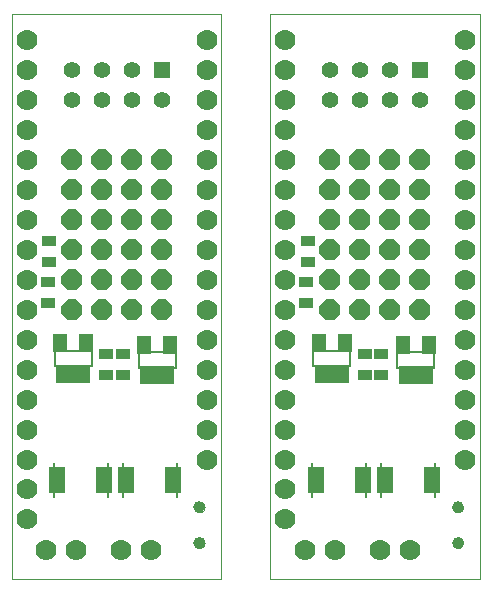
<source format=gbs>
G75*
G70*
%OFA0B0*%
%FSLAX25Y25*%
%IPPOS*%
%LPD*%
%AMOC8*
5,1,8,0,0,1.08239X$1,22.5*
%
%ADD11C,0.07000*%
%ADD12C,0.00600*%
%ADD13OC8,0.07000*%
%ADD20C,0.03940*%
%ADD21C,0.05550*%
%ADD23R,0.02990X0.05000*%
%ADD25R,0.11420X0.05910*%
%ADD28R,0.01800X0.02300*%
%ADD34R,0.05120X0.03550*%
%ADD35R,0.05550X0.05550*%
%ADD37R,0.05120X0.05910*%
%ADD39C,0.00000*%
%ADD43R,0.05400X0.08670*%
X0011000Y0011000D02*
G75*
%LPD*%
D39*
X0011000Y0011000D02*
X0011000Y0199200D01*
X0080920Y0199200D01*
X0080920Y0011000D01*
X0011000Y0011000D01*
X0071730Y0023090D02*
X0071750Y0023350D01*
X0071810Y0023610D01*
X0071910Y0023860D01*
X0072040Y0024090D01*
X0072200Y0024290D01*
X0072400Y0024470D01*
X0072620Y0024620D01*
X0072850Y0024740D01*
X0073110Y0024820D01*
X0073370Y0024860D01*
X0073630Y0024860D01*
X0073890Y0024820D01*
X0074150Y0024740D01*
X0074390Y0024620D01*
X0074600Y0024470D01*
X0074800Y0024290D01*
X0074960Y0024090D01*
X0075090Y0023860D01*
X0075190Y0023610D01*
X0075250Y0023350D01*
X0075270Y0023090D01*
X0075250Y0022830D01*
X0075190Y0022570D01*
X0075090Y0022320D01*
X0074960Y0022090D01*
X0074800Y0021890D01*
X0074600Y0021710D01*
X0074380Y0021560D01*
X0074150Y0021440D01*
X0073890Y0021360D01*
X0073630Y0021320D01*
X0073370Y0021320D01*
X0073110Y0021360D01*
X0072850Y0021440D01*
X0072610Y0021560D01*
X0072400Y0021710D01*
X0072200Y0021890D01*
X0072040Y0022090D01*
X0071910Y0022320D01*
X0071810Y0022570D01*
X0071750Y0022830D01*
X0071730Y0023090D01*
X0071730Y0034910D02*
X0071750Y0035170D01*
X0071810Y0035430D01*
X0071910Y0035680D01*
X0072040Y0035910D01*
X0072200Y0036110D01*
X0072400Y0036290D01*
X0072620Y0036440D01*
X0072850Y0036560D01*
X0073110Y0036640D01*
X0073370Y0036680D01*
X0073630Y0036680D01*
X0073890Y0036640D01*
X0074150Y0036560D01*
X0074390Y0036440D01*
X0074600Y0036290D01*
X0074800Y0036110D01*
X0074960Y0035910D01*
X0075090Y0035680D01*
X0075190Y0035430D01*
X0075250Y0035170D01*
X0075270Y0034910D01*
X0075250Y0034650D01*
X0075190Y0034390D01*
X0075090Y0034140D01*
X0074960Y0033910D01*
X0074800Y0033710D01*
X0074600Y0033530D01*
X0074380Y0033380D01*
X0074150Y0033260D01*
X0073890Y0033180D01*
X0073630Y0033140D01*
X0073370Y0033140D01*
X0073110Y0033180D01*
X0072850Y0033260D01*
X0072610Y0033380D01*
X0072400Y0033530D01*
X0072200Y0033710D01*
X0072040Y0033910D01*
X0071910Y0034140D01*
X0071810Y0034390D01*
X0071750Y0034650D01*
X0071730Y0034910D01*
D21*
X0061000Y0170500D03*
X0051000Y0170500D03*
X0051000Y0180500D03*
X0041000Y0180500D03*
X0041000Y0170500D03*
X0031000Y0170500D03*
X0031000Y0180500D03*
D35*
X0061000Y0180500D03*
D12*
X0065690Y0086600D02*
X0053310Y0086600D01*
X0053310Y0081400D01*
X0065690Y0081400D01*
X0065690Y0086600D01*
X0066000Y0049750D02*
X0066000Y0038250D01*
X0048000Y0038250D02*
X0048000Y0049750D01*
X0043000Y0049750D02*
X0043000Y0038250D01*
X0037690Y0081900D02*
X0025310Y0081900D01*
X0025310Y0087100D01*
X0037690Y0087100D01*
X0037690Y0081900D01*
X0025000Y0049750D02*
X0025000Y0038250D01*
D25*
X0031500Y0079380D03*
X0059500Y0078880D03*
D37*
X0063830Y0089120D03*
X0055170Y0089120D03*
X0035830Y0089620D03*
X0027170Y0089620D03*
D28*
X0027800Y0088450D03*
X0031500Y0080550D03*
X0035200Y0088450D03*
X0055800Y0087950D03*
X0059500Y0080050D03*
X0063200Y0087950D03*
D43*
X0064800Y0044000D03*
X0049200Y0044000D03*
X0041800Y0044000D03*
X0026200Y0044000D03*
D23*
X0025990Y0044000D03*
X0042010Y0044000D03*
X0048990Y0044000D03*
X0065010Y0044000D03*
D11*
X0057500Y0020500D03*
X0047500Y0020500D03*
X0032500Y0020500D03*
X0022500Y0020500D03*
X0016000Y0031000D03*
X0016000Y0041000D03*
X0016000Y0050500D03*
X0016000Y0060500D03*
X0016000Y0070500D03*
X0016000Y0080500D03*
X0016000Y0090500D03*
X0016000Y0100500D03*
X0016000Y0110500D03*
X0016000Y0120500D03*
X0016000Y0130500D03*
X0016000Y0140500D03*
X0016000Y0150500D03*
X0016000Y0160500D03*
X0016000Y0170500D03*
X0016000Y0180500D03*
X0016000Y0190500D03*
X0076000Y0190500D03*
X0076000Y0180500D03*
X0076000Y0170500D03*
X0076000Y0160500D03*
X0076000Y0150500D03*
X0076000Y0140500D03*
X0076000Y0130500D03*
X0076000Y0120500D03*
X0076000Y0110500D03*
X0076000Y0100500D03*
X0076000Y0090500D03*
X0076000Y0080500D03*
X0076000Y0070500D03*
X0076000Y0060500D03*
X0076000Y0050500D03*
D34*
X0048000Y0078960D03*
X0048000Y0086040D03*
X0042500Y0086040D03*
X0042500Y0078960D03*
X0023500Y0116460D03*
X0023000Y0110040D03*
X0023000Y0102960D03*
X0023500Y0123540D03*
D13*
X0031000Y0120500D03*
X0031000Y0110500D03*
X0031000Y0100500D03*
X0041000Y0100500D03*
X0041000Y0110500D03*
X0041000Y0120500D03*
X0041000Y0130500D03*
X0041000Y0140500D03*
X0041000Y0150500D03*
X0031000Y0150500D03*
X0031000Y0140500D03*
X0031000Y0130500D03*
X0051000Y0130500D03*
X0051000Y0120500D03*
X0051000Y0110500D03*
X0051000Y0100500D03*
X0061000Y0100500D03*
X0061000Y0110500D03*
X0061000Y0120500D03*
X0061000Y0130500D03*
X0061000Y0140500D03*
X0061000Y0150500D03*
X0051000Y0150500D03*
X0051000Y0140500D03*
D20*
X0073500Y0034910D03*
X0073500Y0023090D03*
X0097170Y0011000D02*
G75*
%LPD*%
D39*
X0097170Y0011000D02*
X0097170Y0199200D01*
X0167090Y0199200D01*
X0167090Y0011000D01*
X0097170Y0011000D01*
X0157900Y0023090D02*
X0157920Y0023350D01*
X0157980Y0023610D01*
X0158080Y0023860D01*
X0158210Y0024090D01*
X0158370Y0024290D01*
X0158570Y0024470D01*
X0158790Y0024620D01*
X0159020Y0024740D01*
X0159280Y0024820D01*
X0159540Y0024860D01*
X0159800Y0024860D01*
X0160060Y0024820D01*
X0160320Y0024740D01*
X0160560Y0024620D01*
X0160770Y0024470D01*
X0160970Y0024290D01*
X0161130Y0024090D01*
X0161260Y0023860D01*
X0161360Y0023610D01*
X0161420Y0023350D01*
X0161440Y0023090D01*
X0161420Y0022830D01*
X0161360Y0022570D01*
X0161260Y0022320D01*
X0161130Y0022090D01*
X0160970Y0021890D01*
X0160770Y0021710D01*
X0160550Y0021560D01*
X0160320Y0021440D01*
X0160060Y0021360D01*
X0159800Y0021320D01*
X0159540Y0021320D01*
X0159280Y0021360D01*
X0159020Y0021440D01*
X0158780Y0021560D01*
X0158570Y0021710D01*
X0158370Y0021890D01*
X0158210Y0022090D01*
X0158080Y0022320D01*
X0157980Y0022570D01*
X0157920Y0022830D01*
X0157900Y0023090D01*
X0157900Y0034910D02*
X0157920Y0035170D01*
X0157980Y0035430D01*
X0158080Y0035680D01*
X0158210Y0035910D01*
X0158370Y0036110D01*
X0158570Y0036290D01*
X0158790Y0036440D01*
X0159020Y0036560D01*
X0159280Y0036640D01*
X0159540Y0036680D01*
X0159800Y0036680D01*
X0160060Y0036640D01*
X0160320Y0036560D01*
X0160560Y0036440D01*
X0160770Y0036290D01*
X0160970Y0036110D01*
X0161130Y0035910D01*
X0161260Y0035680D01*
X0161360Y0035430D01*
X0161420Y0035170D01*
X0161440Y0034910D01*
X0161420Y0034650D01*
X0161360Y0034390D01*
X0161260Y0034140D01*
X0161130Y0033910D01*
X0160970Y0033710D01*
X0160770Y0033530D01*
X0160550Y0033380D01*
X0160320Y0033260D01*
X0160060Y0033180D01*
X0159800Y0033140D01*
X0159540Y0033140D01*
X0159280Y0033180D01*
X0159020Y0033260D01*
X0158780Y0033380D01*
X0158570Y0033530D01*
X0158370Y0033710D01*
X0158210Y0033910D01*
X0158080Y0034140D01*
X0157980Y0034390D01*
X0157920Y0034650D01*
X0157900Y0034910D01*
D21*
X0147170Y0170500D03*
X0137170Y0170500D03*
X0137170Y0180500D03*
X0127170Y0180500D03*
X0127170Y0170500D03*
X0117170Y0170500D03*
X0117170Y0180500D03*
D35*
X0147170Y0180500D03*
D12*
X0151860Y0086600D02*
X0139480Y0086600D01*
X0139480Y0081400D01*
X0151860Y0081400D01*
X0151860Y0086600D01*
X0152170Y0049750D02*
X0152170Y0038250D01*
X0134170Y0038250D02*
X0134170Y0049750D01*
X0129170Y0049750D02*
X0129170Y0038250D01*
X0123860Y0081900D02*
X0111480Y0081900D01*
X0111480Y0087100D01*
X0123860Y0087100D01*
X0123860Y0081900D01*
X0111170Y0049750D02*
X0111170Y0038250D01*
D25*
X0117670Y0079380D03*
X0145670Y0078880D03*
D37*
X0150000Y0089120D03*
X0141340Y0089120D03*
X0122000Y0089620D03*
X0113340Y0089620D03*
D28*
X0113970Y0088450D03*
X0117670Y0080550D03*
X0121370Y0088450D03*
X0141970Y0087950D03*
X0145670Y0080050D03*
X0149370Y0087950D03*
D43*
X0150970Y0044000D03*
X0135370Y0044000D03*
X0127970Y0044000D03*
X0112370Y0044000D03*
D23*
X0112160Y0044000D03*
X0128180Y0044000D03*
X0135160Y0044000D03*
X0151180Y0044000D03*
D11*
X0143670Y0020500D03*
X0133670Y0020500D03*
X0118670Y0020500D03*
X0108670Y0020500D03*
X0102170Y0031000D03*
X0102170Y0041000D03*
X0102170Y0050500D03*
X0102170Y0060500D03*
X0102170Y0070500D03*
X0102170Y0080500D03*
X0102170Y0090500D03*
X0102170Y0100500D03*
X0102170Y0110500D03*
X0102170Y0120500D03*
X0102170Y0130500D03*
X0102170Y0140500D03*
X0102170Y0150500D03*
X0102170Y0160500D03*
X0102170Y0170500D03*
X0102170Y0180500D03*
X0102170Y0190500D03*
X0162170Y0190500D03*
X0162170Y0180500D03*
X0162170Y0170500D03*
X0162170Y0160500D03*
X0162170Y0150500D03*
X0162170Y0140500D03*
X0162170Y0130500D03*
X0162170Y0120500D03*
X0162170Y0110500D03*
X0162170Y0100500D03*
X0162170Y0090500D03*
X0162170Y0080500D03*
X0162170Y0070500D03*
X0162170Y0060500D03*
X0162170Y0050500D03*
D34*
X0134170Y0078960D03*
X0134170Y0086040D03*
X0128670Y0086040D03*
X0128670Y0078960D03*
X0109670Y0116460D03*
X0109170Y0110040D03*
X0109170Y0102960D03*
X0109670Y0123540D03*
D13*
X0117170Y0120500D03*
X0117170Y0110500D03*
X0117170Y0100500D03*
X0127170Y0100500D03*
X0127170Y0110500D03*
X0127170Y0120500D03*
X0127170Y0130500D03*
X0127170Y0140500D03*
X0127170Y0150500D03*
X0117170Y0150500D03*
X0117170Y0140500D03*
X0117170Y0130500D03*
X0137170Y0130500D03*
X0137170Y0120500D03*
X0137170Y0110500D03*
X0137170Y0100500D03*
X0147170Y0100500D03*
X0147170Y0110500D03*
X0147170Y0120500D03*
X0147170Y0130500D03*
X0147170Y0140500D03*
X0147170Y0150500D03*
X0137170Y0150500D03*
X0137170Y0140500D03*
D20*
X0159670Y0034910D03*
X0159670Y0023090D03*
M02*

</source>
